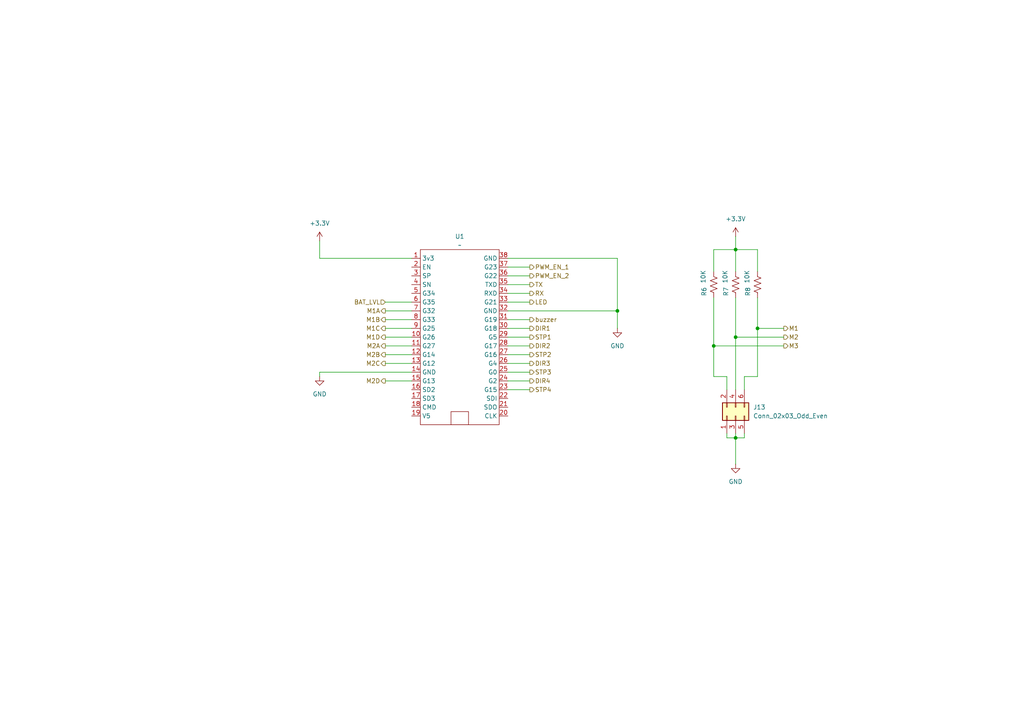
<source format=kicad_sch>
(kicad_sch
	(version 20250114)
	(generator "eeschema")
	(generator_version "9.0")
	(uuid "7e423b37-f2ea-4087-992f-e3dc2e2ab60c")
	(paper "A4")
	(lib_symbols
		(symbol "Connector_Generic:Conn_02x03_Odd_Even"
			(pin_names
				(offset 1.016)
				(hide yes)
			)
			(exclude_from_sim no)
			(in_bom yes)
			(on_board yes)
			(property "Reference" "J"
				(at 1.27 5.08 0)
				(effects
					(font
						(size 1.27 1.27)
					)
				)
			)
			(property "Value" "Conn_02x03_Odd_Even"
				(at 1.27 -5.08 0)
				(effects
					(font
						(size 1.27 1.27)
					)
				)
			)
			(property "Footprint" ""
				(at 0 0 0)
				(effects
					(font
						(size 1.27 1.27)
					)
					(hide yes)
				)
			)
			(property "Datasheet" "~"
				(at 0 0 0)
				(effects
					(font
						(size 1.27 1.27)
					)
					(hide yes)
				)
			)
			(property "Description" "Generic connector, double row, 02x03, odd/even pin numbering scheme (row 1 odd numbers, row 2 even numbers), script generated (kicad-library-utils/schlib/autogen/connector/)"
				(at 0 0 0)
				(effects
					(font
						(size 1.27 1.27)
					)
					(hide yes)
				)
			)
			(property "ki_keywords" "connector"
				(at 0 0 0)
				(effects
					(font
						(size 1.27 1.27)
					)
					(hide yes)
				)
			)
			(property "ki_fp_filters" "Connector*:*_2x??_*"
				(at 0 0 0)
				(effects
					(font
						(size 1.27 1.27)
					)
					(hide yes)
				)
			)
			(symbol "Conn_02x03_Odd_Even_1_1"
				(rectangle
					(start -1.27 3.81)
					(end 3.81 -3.81)
					(stroke
						(width 0.254)
						(type default)
					)
					(fill
						(type background)
					)
				)
				(rectangle
					(start -1.27 2.667)
					(end 0 2.413)
					(stroke
						(width 0.1524)
						(type default)
					)
					(fill
						(type none)
					)
				)
				(rectangle
					(start -1.27 0.127)
					(end 0 -0.127)
					(stroke
						(width 0.1524)
						(type default)
					)
					(fill
						(type none)
					)
				)
				(rectangle
					(start -1.27 -2.413)
					(end 0 -2.667)
					(stroke
						(width 0.1524)
						(type default)
					)
					(fill
						(type none)
					)
				)
				(rectangle
					(start 3.81 2.667)
					(end 2.54 2.413)
					(stroke
						(width 0.1524)
						(type default)
					)
					(fill
						(type none)
					)
				)
				(rectangle
					(start 3.81 0.127)
					(end 2.54 -0.127)
					(stroke
						(width 0.1524)
						(type default)
					)
					(fill
						(type none)
					)
				)
				(rectangle
					(start 3.81 -2.413)
					(end 2.54 -2.667)
					(stroke
						(width 0.1524)
						(type default)
					)
					(fill
						(type none)
					)
				)
				(pin passive line
					(at -5.08 2.54 0)
					(length 3.81)
					(name "Pin_1"
						(effects
							(font
								(size 1.27 1.27)
							)
						)
					)
					(number "1"
						(effects
							(font
								(size 1.27 1.27)
							)
						)
					)
				)
				(pin passive line
					(at -5.08 0 0)
					(length 3.81)
					(name "Pin_3"
						(effects
							(font
								(size 1.27 1.27)
							)
						)
					)
					(number "3"
						(effects
							(font
								(size 1.27 1.27)
							)
						)
					)
				)
				(pin passive line
					(at -5.08 -2.54 0)
					(length 3.81)
					(name "Pin_5"
						(effects
							(font
								(size 1.27 1.27)
							)
						)
					)
					(number "5"
						(effects
							(font
								(size 1.27 1.27)
							)
						)
					)
				)
				(pin passive line
					(at 7.62 2.54 180)
					(length 3.81)
					(name "Pin_2"
						(effects
							(font
								(size 1.27 1.27)
							)
						)
					)
					(number "2"
						(effects
							(font
								(size 1.27 1.27)
							)
						)
					)
				)
				(pin passive line
					(at 7.62 0 180)
					(length 3.81)
					(name "Pin_4"
						(effects
							(font
								(size 1.27 1.27)
							)
						)
					)
					(number "4"
						(effects
							(font
								(size 1.27 1.27)
							)
						)
					)
				)
				(pin passive line
					(at 7.62 -2.54 180)
					(length 3.81)
					(name "Pin_6"
						(effects
							(font
								(size 1.27 1.27)
							)
						)
					)
					(number "6"
						(effects
							(font
								(size 1.27 1.27)
							)
						)
					)
				)
			)
			(embedded_fonts no)
		)
		(symbol "Device:R_US"
			(pin_numbers
				(hide yes)
			)
			(pin_names
				(offset 0)
			)
			(exclude_from_sim no)
			(in_bom yes)
			(on_board yes)
			(property "Reference" "R"
				(at 2.54 0 90)
				(effects
					(font
						(size 1.27 1.27)
					)
				)
			)
			(property "Value" "R_US"
				(at -2.54 0 90)
				(effects
					(font
						(size 1.27 1.27)
					)
				)
			)
			(property "Footprint" ""
				(at 1.016 -0.254 90)
				(effects
					(font
						(size 1.27 1.27)
					)
					(hide yes)
				)
			)
			(property "Datasheet" "~"
				(at 0 0 0)
				(effects
					(font
						(size 1.27 1.27)
					)
					(hide yes)
				)
			)
			(property "Description" "Resistor, US symbol"
				(at 0 0 0)
				(effects
					(font
						(size 1.27 1.27)
					)
					(hide yes)
				)
			)
			(property "ki_keywords" "R res resistor"
				(at 0 0 0)
				(effects
					(font
						(size 1.27 1.27)
					)
					(hide yes)
				)
			)
			(property "ki_fp_filters" "R_*"
				(at 0 0 0)
				(effects
					(font
						(size 1.27 1.27)
					)
					(hide yes)
				)
			)
			(symbol "R_US_0_1"
				(polyline
					(pts
						(xy 0 2.286) (xy 0 2.54)
					)
					(stroke
						(width 0)
						(type default)
					)
					(fill
						(type none)
					)
				)
				(polyline
					(pts
						(xy 0 2.286) (xy 1.016 1.905) (xy 0 1.524) (xy -1.016 1.143) (xy 0 0.762)
					)
					(stroke
						(width 0)
						(type default)
					)
					(fill
						(type none)
					)
				)
				(polyline
					(pts
						(xy 0 0.762) (xy 1.016 0.381) (xy 0 0) (xy -1.016 -0.381) (xy 0 -0.762)
					)
					(stroke
						(width 0)
						(type default)
					)
					(fill
						(type none)
					)
				)
				(polyline
					(pts
						(xy 0 -0.762) (xy 1.016 -1.143) (xy 0 -1.524) (xy -1.016 -1.905) (xy 0 -2.286)
					)
					(stroke
						(width 0)
						(type default)
					)
					(fill
						(type none)
					)
				)
				(polyline
					(pts
						(xy 0 -2.286) (xy 0 -2.54)
					)
					(stroke
						(width 0)
						(type default)
					)
					(fill
						(type none)
					)
				)
			)
			(symbol "R_US_1_1"
				(pin passive line
					(at 0 3.81 270)
					(length 1.27)
					(name "~"
						(effects
							(font
								(size 1.27 1.27)
							)
						)
					)
					(number "1"
						(effects
							(font
								(size 1.27 1.27)
							)
						)
					)
				)
				(pin passive line
					(at 0 -3.81 90)
					(length 1.27)
					(name "~"
						(effects
							(font
								(size 1.27 1.27)
							)
						)
					)
					(number "2"
						(effects
							(font
								(size 1.27 1.27)
							)
						)
					)
				)
			)
			(embedded_fonts no)
		)
		(symbol "LIB_STE:NODEMCU-ESP32-38PIN"
			(exclude_from_sim no)
			(in_bom yes)
			(on_board yes)
			(property "Reference" "U1"
				(at 11.43 3.81 0)
				(effects
					(font
						(size 1.27 1.27)
					)
				)
			)
			(property "Value" "~"
				(at 11.43 1.27 0)
				(effects
					(font
						(size 1.27 1.27)
					)
				)
			)
			(property "Footprint" "ESP32_NODEMCU:DIP-38_1000_ELL"
				(at 0 0 0)
				(effects
					(font
						(size 1.27 1.27)
					)
					(hide yes)
				)
			)
			(property "Datasheet" ""
				(at 0 0 0)
				(effects
					(font
						(size 1.27 1.27)
					)
					(hide yes)
				)
			)
			(property "Description" ""
				(at 0 0 0)
				(effects
					(font
						(size 1.27 1.27)
					)
					(hide yes)
				)
			)
			(symbol "NODEMCU-ESP32-38PIN_0_1"
				(rectangle
					(start 0 0)
					(end 22.86 -50.8)
					(stroke
						(width 0)
						(type default)
					)
					(fill
						(type none)
					)
				)
				(rectangle
					(start 8.89 -46.99)
					(end 13.97 -50.8)
					(stroke
						(width 0)
						(type default)
					)
					(fill
						(type none)
					)
				)
			)
			(symbol "NODEMCU-ESP32-38PIN_1_1"
				(pin bidirectional line
					(at -2.54 -2.54 0)
					(length 2.54)
					(name "3v3"
						(effects
							(font
								(size 1.27 1.27)
							)
						)
					)
					(number "1"
						(effects
							(font
								(size 1.27 1.27)
							)
						)
					)
				)
				(pin bidirectional line
					(at -2.54 -5.08 0)
					(length 2.54)
					(name "EN"
						(effects
							(font
								(size 1.27 1.27)
							)
						)
					)
					(number "2"
						(effects
							(font
								(size 1.27 1.27)
							)
						)
					)
				)
				(pin bidirectional line
					(at -2.54 -7.62 0)
					(length 2.54)
					(name "SP"
						(effects
							(font
								(size 1.27 1.27)
							)
						)
					)
					(number "3"
						(effects
							(font
								(size 1.27 1.27)
							)
						)
					)
				)
				(pin bidirectional line
					(at -2.54 -10.16 0)
					(length 2.54)
					(name "SN"
						(effects
							(font
								(size 1.27 1.27)
							)
						)
					)
					(number "4"
						(effects
							(font
								(size 1.27 1.27)
							)
						)
					)
				)
				(pin bidirectional line
					(at -2.54 -12.7 0)
					(length 2.54)
					(name "G34"
						(effects
							(font
								(size 1.27 1.27)
							)
						)
					)
					(number "5"
						(effects
							(font
								(size 1.27 1.27)
							)
						)
					)
				)
				(pin bidirectional line
					(at -2.54 -15.24 0)
					(length 2.54)
					(name "G35"
						(effects
							(font
								(size 1.27 1.27)
							)
						)
					)
					(number "6"
						(effects
							(font
								(size 1.27 1.27)
							)
						)
					)
				)
				(pin bidirectional line
					(at -2.54 -17.78 0)
					(length 2.54)
					(name "G32"
						(effects
							(font
								(size 1.27 1.27)
							)
						)
					)
					(number "7"
						(effects
							(font
								(size 1.27 1.27)
							)
						)
					)
				)
				(pin bidirectional line
					(at -2.54 -20.32 0)
					(length 2.54)
					(name "G33"
						(effects
							(font
								(size 1.27 1.27)
							)
						)
					)
					(number "8"
						(effects
							(font
								(size 1.27 1.27)
							)
						)
					)
				)
				(pin bidirectional line
					(at -2.54 -22.86 0)
					(length 2.54)
					(name "G25"
						(effects
							(font
								(size 1.27 1.27)
							)
						)
					)
					(number "9"
						(effects
							(font
								(size 1.27 1.27)
							)
						)
					)
				)
				(pin bidirectional line
					(at -2.54 -25.4 0)
					(length 2.54)
					(name "G26"
						(effects
							(font
								(size 1.27 1.27)
							)
						)
					)
					(number "10"
						(effects
							(font
								(size 1.27 1.27)
							)
						)
					)
				)
				(pin bidirectional line
					(at -2.54 -27.94 0)
					(length 2.54)
					(name "G27"
						(effects
							(font
								(size 1.27 1.27)
							)
						)
					)
					(number "11"
						(effects
							(font
								(size 1.27 1.27)
							)
						)
					)
				)
				(pin bidirectional line
					(at -2.54 -30.48 0)
					(length 2.54)
					(name "G14"
						(effects
							(font
								(size 1.27 1.27)
							)
						)
					)
					(number "12"
						(effects
							(font
								(size 1.27 1.27)
							)
						)
					)
				)
				(pin bidirectional line
					(at -2.54 -33.02 0)
					(length 2.54)
					(name "G12"
						(effects
							(font
								(size 1.27 1.27)
							)
						)
					)
					(number "13"
						(effects
							(font
								(size 1.27 1.27)
							)
						)
					)
				)
				(pin bidirectional line
					(at -2.54 -35.56 0)
					(length 2.54)
					(name "GND"
						(effects
							(font
								(size 1.27 1.27)
							)
						)
					)
					(number "14"
						(effects
							(font
								(size 1.27 1.27)
							)
						)
					)
				)
				(pin bidirectional line
					(at -2.54 -38.1 0)
					(length 2.54)
					(name "G13"
						(effects
							(font
								(size 1.27 1.27)
							)
						)
					)
					(number "15"
						(effects
							(font
								(size 1.27 1.27)
							)
						)
					)
				)
				(pin bidirectional line
					(at -2.54 -40.64 0)
					(length 2.54)
					(name "SD2"
						(effects
							(font
								(size 1.27 1.27)
							)
						)
					)
					(number "16"
						(effects
							(font
								(size 1.27 1.27)
							)
						)
					)
				)
				(pin bidirectional line
					(at -2.54 -43.18 0)
					(length 2.54)
					(name "SD3"
						(effects
							(font
								(size 1.27 1.27)
							)
						)
					)
					(number "17"
						(effects
							(font
								(size 1.27 1.27)
							)
						)
					)
				)
				(pin bidirectional line
					(at -2.54 -45.72 0)
					(length 2.54)
					(name "CMD"
						(effects
							(font
								(size 1.27 1.27)
							)
						)
					)
					(number "18"
						(effects
							(font
								(size 1.27 1.27)
							)
						)
					)
				)
				(pin bidirectional line
					(at -2.54 -48.26 0)
					(length 2.54)
					(name "V5"
						(effects
							(font
								(size 1.27 1.27)
							)
						)
					)
					(number "19"
						(effects
							(font
								(size 1.27 1.27)
							)
						)
					)
				)
				(pin bidirectional line
					(at 25.4 -2.54 180)
					(length 2.54)
					(name "GND"
						(effects
							(font
								(size 1.27 1.27)
							)
						)
					)
					(number "38"
						(effects
							(font
								(size 1.27 1.27)
							)
						)
					)
				)
				(pin bidirectional line
					(at 25.4 -5.08 180)
					(length 2.54)
					(name "G23"
						(effects
							(font
								(size 1.27 1.27)
							)
						)
					)
					(number "37"
						(effects
							(font
								(size 1.27 1.27)
							)
						)
					)
				)
				(pin bidirectional line
					(at 25.4 -7.62 180)
					(length 2.54)
					(name "G22"
						(effects
							(font
								(size 1.27 1.27)
							)
						)
					)
					(number "36"
						(effects
							(font
								(size 1.27 1.27)
							)
						)
					)
				)
				(pin bidirectional line
					(at 25.4 -10.16 180)
					(length 2.54)
					(name "TXD"
						(effects
							(font
								(size 1.27 1.27)
							)
						)
					)
					(number "35"
						(effects
							(font
								(size 1.27 1.27)
							)
						)
					)
				)
				(pin bidirectional line
					(at 25.4 -12.7 180)
					(length 2.54)
					(name "RXD"
						(effects
							(font
								(size 1.27 1.27)
							)
						)
					)
					(number "34"
						(effects
							(font
								(size 1.27 1.27)
							)
						)
					)
				)
				(pin bidirectional line
					(at 25.4 -15.24 180)
					(length 2.54)
					(name "G21"
						(effects
							(font
								(size 1.27 1.27)
							)
						)
					)
					(number "33"
						(effects
							(font
								(size 1.27 1.27)
							)
						)
					)
				)
				(pin bidirectional line
					(at 25.4 -17.78 180)
					(length 2.54)
					(name "GND"
						(effects
							(font
								(size 1.27 1.27)
							)
						)
					)
					(number "32"
						(effects
							(font
								(size 1.27 1.27)
							)
						)
					)
				)
				(pin bidirectional line
					(at 25.4 -20.32 180)
					(length 2.54)
					(name "G19"
						(effects
							(font
								(size 1.27 1.27)
							)
						)
					)
					(number "31"
						(effects
							(font
								(size 1.27 1.27)
							)
						)
					)
				)
				(pin bidirectional line
					(at 25.4 -22.86 180)
					(length 2.54)
					(name "G18"
						(effects
							(font
								(size 1.27 1.27)
							)
						)
					)
					(number "30"
						(effects
							(font
								(size 1.27 1.27)
							)
						)
					)
				)
				(pin bidirectional line
					(at 25.4 -25.4 180)
					(length 2.54)
					(name "G5"
						(effects
							(font
								(size 1.27 1.27)
							)
						)
					)
					(number "29"
						(effects
							(font
								(size 1.27 1.27)
							)
						)
					)
				)
				(pin bidirectional line
					(at 25.4 -27.94 180)
					(length 2.54)
					(name "G17"
						(effects
							(font
								(size 1.27 1.27)
							)
						)
					)
					(number "28"
						(effects
							(font
								(size 1.27 1.27)
							)
						)
					)
				)
				(pin bidirectional line
					(at 25.4 -30.48 180)
					(length 2.54)
					(name "G16"
						(effects
							(font
								(size 1.27 1.27)
							)
						)
					)
					(number "27"
						(effects
							(font
								(size 1.27 1.27)
							)
						)
					)
				)
				(pin bidirectional line
					(at 25.4 -33.02 180)
					(length 2.54)
					(name "G4"
						(effects
							(font
								(size 1.27 1.27)
							)
						)
					)
					(number "26"
						(effects
							(font
								(size 1.27 1.27)
							)
						)
					)
				)
				(pin bidirectional line
					(at 25.4 -35.56 180)
					(length 2.54)
					(name "G0"
						(effects
							(font
								(size 1.27 1.27)
							)
						)
					)
					(number "25"
						(effects
							(font
								(size 1.27 1.27)
							)
						)
					)
				)
				(pin bidirectional line
					(at 25.4 -38.1 180)
					(length 2.54)
					(name "G2"
						(effects
							(font
								(size 1.27 1.27)
							)
						)
					)
					(number "24"
						(effects
							(font
								(size 1.27 1.27)
							)
						)
					)
				)
				(pin bidirectional line
					(at 25.4 -40.64 180)
					(length 2.54)
					(name "G15"
						(effects
							(font
								(size 1.27 1.27)
							)
						)
					)
					(number "23"
						(effects
							(font
								(size 1.27 1.27)
							)
						)
					)
				)
				(pin bidirectional line
					(at 25.4 -43.18 180)
					(length 2.54)
					(name "SDI"
						(effects
							(font
								(size 1.27 1.27)
							)
						)
					)
					(number "22"
						(effects
							(font
								(size 1.27 1.27)
							)
						)
					)
				)
				(pin bidirectional line
					(at 25.4 -45.72 180)
					(length 2.54)
					(name "SDO"
						(effects
							(font
								(size 1.27 1.27)
							)
						)
					)
					(number "21"
						(effects
							(font
								(size 1.27 1.27)
							)
						)
					)
				)
				(pin bidirectional line
					(at 25.4 -48.26 180)
					(length 2.54)
					(name "CLK"
						(effects
							(font
								(size 1.27 1.27)
							)
						)
					)
					(number "20"
						(effects
							(font
								(size 1.27 1.27)
							)
						)
					)
				)
			)
			(embedded_fonts no)
		)
		(symbol "power:+3.3V"
			(power)
			(pin_numbers
				(hide yes)
			)
			(pin_names
				(offset 0)
				(hide yes)
			)
			(exclude_from_sim no)
			(in_bom yes)
			(on_board yes)
			(property "Reference" "#PWR"
				(at 0 -3.81 0)
				(effects
					(font
						(size 1.27 1.27)
					)
					(hide yes)
				)
			)
			(property "Value" "+3.3V"
				(at 0 3.556 0)
				(effects
					(font
						(size 1.27 1.27)
					)
				)
			)
			(property "Footprint" ""
				(at 0 0 0)
				(effects
					(font
						(size 1.27 1.27)
					)
					(hide yes)
				)
			)
			(property "Datasheet" ""
				(at 0 0 0)
				(effects
					(font
						(size 1.27 1.27)
					)
					(hide yes)
				)
			)
			(property "Description" "Power symbol creates a global label with name \"+3.3V\""
				(at 0 0 0)
				(effects
					(font
						(size 1.27 1.27)
					)
					(hide yes)
				)
			)
			(property "ki_keywords" "global power"
				(at 0 0 0)
				(effects
					(font
						(size 1.27 1.27)
					)
					(hide yes)
				)
			)
			(symbol "+3.3V_0_1"
				(polyline
					(pts
						(xy -0.762 1.27) (xy 0 2.54)
					)
					(stroke
						(width 0)
						(type default)
					)
					(fill
						(type none)
					)
				)
				(polyline
					(pts
						(xy 0 2.54) (xy 0.762 1.27)
					)
					(stroke
						(width 0)
						(type default)
					)
					(fill
						(type none)
					)
				)
				(polyline
					(pts
						(xy 0 0) (xy 0 2.54)
					)
					(stroke
						(width 0)
						(type default)
					)
					(fill
						(type none)
					)
				)
			)
			(symbol "+3.3V_1_1"
				(pin power_in line
					(at 0 0 90)
					(length 0)
					(name "~"
						(effects
							(font
								(size 1.27 1.27)
							)
						)
					)
					(number "1"
						(effects
							(font
								(size 1.27 1.27)
							)
						)
					)
				)
			)
			(embedded_fonts no)
		)
		(symbol "power:GND"
			(power)
			(pin_numbers
				(hide yes)
			)
			(pin_names
				(offset 0)
				(hide yes)
			)
			(exclude_from_sim no)
			(in_bom yes)
			(on_board yes)
			(property "Reference" "#PWR"
				(at 0 -6.35 0)
				(effects
					(font
						(size 1.27 1.27)
					)
					(hide yes)
				)
			)
			(property "Value" "GND"
				(at 0 -3.81 0)
				(effects
					(font
						(size 1.27 1.27)
					)
				)
			)
			(property "Footprint" ""
				(at 0 0 0)
				(effects
					(font
						(size 1.27 1.27)
					)
					(hide yes)
				)
			)
			(property "Datasheet" ""
				(at 0 0 0)
				(effects
					(font
						(size 1.27 1.27)
					)
					(hide yes)
				)
			)
			(property "Description" "Power symbol creates a global label with name \"GND\" , ground"
				(at 0 0 0)
				(effects
					(font
						(size 1.27 1.27)
					)
					(hide yes)
				)
			)
			(property "ki_keywords" "global power"
				(at 0 0 0)
				(effects
					(font
						(size 1.27 1.27)
					)
					(hide yes)
				)
			)
			(symbol "GND_0_1"
				(polyline
					(pts
						(xy 0 0) (xy 0 -1.27) (xy 1.27 -1.27) (xy 0 -2.54) (xy -1.27 -1.27) (xy 0 -1.27)
					)
					(stroke
						(width 0)
						(type default)
					)
					(fill
						(type none)
					)
				)
			)
			(symbol "GND_1_1"
				(pin power_in line
					(at 0 0 270)
					(length 0)
					(name "~"
						(effects
							(font
								(size 1.27 1.27)
							)
						)
					)
					(number "1"
						(effects
							(font
								(size 1.27 1.27)
							)
						)
					)
				)
			)
			(embedded_fonts no)
		)
	)
	(junction
		(at 213.36 72.39)
		(diameter 0)
		(color 0 0 0 0)
		(uuid "1900ab4c-dba4-4c6d-b266-a4faff010bf2")
	)
	(junction
		(at 213.36 97.79)
		(diameter 0)
		(color 0 0 0 0)
		(uuid "6ba38770-75e2-4664-848b-499456ff335e")
	)
	(junction
		(at 213.36 127)
		(diameter 0)
		(color 0 0 0 0)
		(uuid "732cc06a-c992-4ea0-a862-b158575c53b3")
	)
	(junction
		(at 219.71 95.25)
		(diameter 0)
		(color 0 0 0 0)
		(uuid "9c934be0-f316-4eb9-b718-b8af21c3f058")
	)
	(junction
		(at 179.07 90.17)
		(diameter 0)
		(color 0 0 0 0)
		(uuid "a04c4799-9ec3-4af5-8345-b4096a81c690")
	)
	(junction
		(at 207.01 100.33)
		(diameter 0)
		(color 0 0 0 0)
		(uuid "d39827af-554f-46d5-9968-8de21ff07d28")
	)
	(wire
		(pts
			(xy 213.36 72.39) (xy 213.36 78.74)
		)
		(stroke
			(width 0)
			(type default)
		)
		(uuid "0643f0a4-a759-44fb-b70b-1aee339860ac")
	)
	(wire
		(pts
			(xy 147.32 90.17) (xy 179.07 90.17)
		)
		(stroke
			(width 0)
			(type default)
		)
		(uuid "0705b8a8-58d0-425a-9deb-98ea24929f24")
	)
	(wire
		(pts
			(xy 147.32 80.01) (xy 153.67 80.01)
		)
		(stroke
			(width 0)
			(type default)
		)
		(uuid "07133f53-1b24-48a4-89bd-34a0c7aaf060")
	)
	(wire
		(pts
			(xy 92.71 107.95) (xy 119.38 107.95)
		)
		(stroke
			(width 0)
			(type default)
		)
		(uuid "09a6db9e-9be4-4715-89b1-a81481568f7d")
	)
	(wire
		(pts
			(xy 219.71 78.74) (xy 219.71 72.39)
		)
		(stroke
			(width 0)
			(type default)
		)
		(uuid "0e10fd91-315f-48a5-ae26-d6f3fcc47661")
	)
	(wire
		(pts
			(xy 111.76 92.71) (xy 119.38 92.71)
		)
		(stroke
			(width 0)
			(type default)
		)
		(uuid "0e6f4149-0b3d-4b2a-aed9-3bf861cdc0e9")
	)
	(wire
		(pts
			(xy 147.32 97.79) (xy 153.67 97.79)
		)
		(stroke
			(width 0)
			(type default)
		)
		(uuid "16dcc8b7-cdf3-4c09-bdb4-011bf1dec5a0")
	)
	(wire
		(pts
			(xy 147.32 85.09) (xy 153.67 85.09)
		)
		(stroke
			(width 0)
			(type default)
		)
		(uuid "24864695-6bad-4397-8ecc-2a8ee5ed232c")
	)
	(wire
		(pts
			(xy 213.36 97.79) (xy 227.33 97.79)
		)
		(stroke
			(width 0)
			(type default)
		)
		(uuid "25ed988f-caab-4e01-bd77-6a7bac64d2c6")
	)
	(wire
		(pts
			(xy 147.32 74.93) (xy 179.07 74.93)
		)
		(stroke
			(width 0)
			(type default)
		)
		(uuid "2a84e61b-2af3-40f1-86b6-b2ea26d44787")
	)
	(wire
		(pts
			(xy 210.82 127) (xy 210.82 125.73)
		)
		(stroke
			(width 0)
			(type default)
		)
		(uuid "31227b59-b666-4f7a-b201-bbc215978410")
	)
	(wire
		(pts
			(xy 210.82 109.22) (xy 210.82 113.03)
		)
		(stroke
			(width 0)
			(type default)
		)
		(uuid "3247c708-19cb-4c21-be3d-28c60d4fe9dd")
	)
	(wire
		(pts
			(xy 92.71 74.93) (xy 92.71 69.85)
		)
		(stroke
			(width 0)
			(type default)
		)
		(uuid "33d5ce34-4d89-456a-b5d2-926f2eda1d7c")
	)
	(wire
		(pts
			(xy 147.32 92.71) (xy 153.67 92.71)
		)
		(stroke
			(width 0)
			(type default)
		)
		(uuid "39cf65fa-c0e9-456e-ad10-6aadd06d1014")
	)
	(wire
		(pts
			(xy 213.36 127) (xy 213.36 134.62)
		)
		(stroke
			(width 0)
			(type default)
		)
		(uuid "3a0d2d8a-43ec-4ce5-8f40-248dec348b48")
	)
	(wire
		(pts
			(xy 179.07 90.17) (xy 179.07 95.25)
		)
		(stroke
			(width 0)
			(type default)
		)
		(uuid "3dba423b-3b2e-4aa9-a62c-01d6c492dada")
	)
	(wire
		(pts
			(xy 219.71 86.36) (xy 219.71 95.25)
		)
		(stroke
			(width 0)
			(type default)
		)
		(uuid "444c3725-1628-4169-b770-886476a1e199")
	)
	(wire
		(pts
			(xy 215.9 125.73) (xy 215.9 127)
		)
		(stroke
			(width 0)
			(type default)
		)
		(uuid "46ffbf52-48ad-4e6f-a038-435de0f5ab8c")
	)
	(wire
		(pts
			(xy 213.36 68.58) (xy 213.36 72.39)
		)
		(stroke
			(width 0)
			(type default)
		)
		(uuid "47629e07-6a4b-43ab-98f6-31b5466a7950")
	)
	(wire
		(pts
			(xy 147.32 105.41) (xy 153.67 105.41)
		)
		(stroke
			(width 0)
			(type default)
		)
		(uuid "47749e12-9092-43b5-b682-f6406c9a1abe")
	)
	(wire
		(pts
			(xy 147.32 100.33) (xy 153.67 100.33)
		)
		(stroke
			(width 0)
			(type default)
		)
		(uuid "4b89c953-eda4-4dfe-a7e6-4baf9131ab34")
	)
	(wire
		(pts
			(xy 147.32 113.03) (xy 153.67 113.03)
		)
		(stroke
			(width 0)
			(type default)
		)
		(uuid "4bc77ab9-34da-4dc8-be64-9d7505bad18b")
	)
	(wire
		(pts
			(xy 207.01 72.39) (xy 213.36 72.39)
		)
		(stroke
			(width 0)
			(type default)
		)
		(uuid "4d4a3528-8fbd-4bce-9a1a-74db65f73983")
	)
	(wire
		(pts
			(xy 92.71 109.22) (xy 92.71 107.95)
		)
		(stroke
			(width 0)
			(type default)
		)
		(uuid "4dc3c2c2-aca7-4352-b7a7-79a71d4f44ef")
	)
	(wire
		(pts
			(xy 147.32 107.95) (xy 153.67 107.95)
		)
		(stroke
			(width 0)
			(type default)
		)
		(uuid "549a789b-742f-4a35-bfee-9bc200d73e1d")
	)
	(wire
		(pts
			(xy 215.9 113.03) (xy 215.9 109.22)
		)
		(stroke
			(width 0)
			(type default)
		)
		(uuid "5772c222-88c2-43ba-9789-36d80a00aaf0")
	)
	(wire
		(pts
			(xy 147.32 87.63) (xy 153.67 87.63)
		)
		(stroke
			(width 0)
			(type default)
		)
		(uuid "5c2f89fa-97c1-428b-8c1e-3d97773e3673")
	)
	(wire
		(pts
			(xy 111.76 90.17) (xy 119.38 90.17)
		)
		(stroke
			(width 0)
			(type default)
		)
		(uuid "5fc16fe4-98a9-4755-b7cc-baeeeefe74ce")
	)
	(wire
		(pts
			(xy 219.71 95.25) (xy 219.71 109.22)
		)
		(stroke
			(width 0)
			(type default)
		)
		(uuid "62a050ef-e0b9-422c-a1ec-0ec49c18e1aa")
	)
	(wire
		(pts
			(xy 213.36 125.73) (xy 213.36 127)
		)
		(stroke
			(width 0)
			(type default)
		)
		(uuid "761e0bed-0676-4bd4-9b04-f4bde315fa34")
	)
	(wire
		(pts
			(xy 111.76 100.33) (xy 119.38 100.33)
		)
		(stroke
			(width 0)
			(type default)
		)
		(uuid "78362c8c-d5d6-494b-b4cb-1d4d4e58baf5")
	)
	(wire
		(pts
			(xy 179.07 74.93) (xy 179.07 90.17)
		)
		(stroke
			(width 0)
			(type default)
		)
		(uuid "79921ae2-8642-4c4b-83df-1cd7b48db111")
	)
	(wire
		(pts
			(xy 215.9 127) (xy 213.36 127)
		)
		(stroke
			(width 0)
			(type default)
		)
		(uuid "7cd40632-795f-4b8e-911b-f135adeca833")
	)
	(wire
		(pts
			(xy 215.9 109.22) (xy 219.71 109.22)
		)
		(stroke
			(width 0)
			(type default)
		)
		(uuid "8098f827-8075-4b65-bde5-242a37d12c98")
	)
	(wire
		(pts
			(xy 111.76 95.25) (xy 119.38 95.25)
		)
		(stroke
			(width 0)
			(type default)
		)
		(uuid "89fe81de-756d-428b-bfe9-8eab7d41b1cc")
	)
	(wire
		(pts
			(xy 213.36 127) (xy 210.82 127)
		)
		(stroke
			(width 0)
			(type default)
		)
		(uuid "8ac5355d-4792-44f4-aa11-d6d97de6bd78")
	)
	(wire
		(pts
			(xy 147.32 95.25) (xy 153.67 95.25)
		)
		(stroke
			(width 0)
			(type default)
		)
		(uuid "90d24cca-4c04-4c7b-81b2-5c5f49926cbd")
	)
	(wire
		(pts
			(xy 111.76 102.87) (xy 119.38 102.87)
		)
		(stroke
			(width 0)
			(type default)
		)
		(uuid "92061bb5-a3e8-4ba9-a1fc-9429bd0a1c16")
	)
	(wire
		(pts
			(xy 147.32 77.47) (xy 153.67 77.47)
		)
		(stroke
			(width 0)
			(type default)
		)
		(uuid "a7dcfbfd-ba74-4271-9064-6578be6386ef")
	)
	(wire
		(pts
			(xy 207.01 109.22) (xy 210.82 109.22)
		)
		(stroke
			(width 0)
			(type default)
		)
		(uuid "aca3f0fc-47a0-4e23-90b9-9f6e89724b27")
	)
	(wire
		(pts
			(xy 147.32 110.49) (xy 153.67 110.49)
		)
		(stroke
			(width 0)
			(type default)
		)
		(uuid "b260913b-d221-4f69-8aad-d995a3f88e07")
	)
	(wire
		(pts
			(xy 207.01 86.36) (xy 207.01 100.33)
		)
		(stroke
			(width 0)
			(type default)
		)
		(uuid "bc579d86-1588-44ec-b963-bb87da6158b8")
	)
	(wire
		(pts
			(xy 147.32 102.87) (xy 153.67 102.87)
		)
		(stroke
			(width 0)
			(type default)
		)
		(uuid "c9a8b7ff-3726-4e0c-b53f-b8e081dcdf73")
	)
	(wire
		(pts
			(xy 207.01 100.33) (xy 227.33 100.33)
		)
		(stroke
			(width 0)
			(type default)
		)
		(uuid "d06ec9e0-484a-4bd9-867b-e9ac97977bd6")
	)
	(wire
		(pts
			(xy 207.01 78.74) (xy 207.01 72.39)
		)
		(stroke
			(width 0)
			(type default)
		)
		(uuid "daa0d081-47dc-4956-af7f-66e16474793e")
	)
	(wire
		(pts
			(xy 147.32 82.55) (xy 153.67 82.55)
		)
		(stroke
			(width 0)
			(type default)
		)
		(uuid "dbb48df0-49d6-4b85-a68b-5bb3edce863a")
	)
	(wire
		(pts
			(xy 219.71 95.25) (xy 227.33 95.25)
		)
		(stroke
			(width 0)
			(type default)
		)
		(uuid "dbeab848-6bdb-41cb-aa2c-3f22292549a2")
	)
	(wire
		(pts
			(xy 111.76 105.41) (xy 119.38 105.41)
		)
		(stroke
			(width 0)
			(type default)
		)
		(uuid "e896f22b-6bca-4fb7-a173-ac06683af367")
	)
	(wire
		(pts
			(xy 207.01 100.33) (xy 207.01 109.22)
		)
		(stroke
			(width 0)
			(type default)
		)
		(uuid "e8c27190-255f-4d10-afbd-e7511be6c56f")
	)
	(wire
		(pts
			(xy 219.71 72.39) (xy 213.36 72.39)
		)
		(stroke
			(width 0)
			(type default)
		)
		(uuid "ea524d1c-17a9-4dd7-926e-7e7d8114c9fc")
	)
	(wire
		(pts
			(xy 213.36 97.79) (xy 213.36 113.03)
		)
		(stroke
			(width 0)
			(type default)
		)
		(uuid "eb1dbd2b-cef5-40c0-8179-a521f040f9fc")
	)
	(wire
		(pts
			(xy 119.38 74.93) (xy 92.71 74.93)
		)
		(stroke
			(width 0)
			(type default)
		)
		(uuid "ebd31c6f-1f80-4d3e-b2ca-1f0324c81cf1")
	)
	(wire
		(pts
			(xy 111.76 87.63) (xy 119.38 87.63)
		)
		(stroke
			(width 0)
			(type default)
		)
		(uuid "ebdbd80f-65a4-429f-b3cd-4ee021d74ac7")
	)
	(wire
		(pts
			(xy 111.76 110.49) (xy 119.38 110.49)
		)
		(stroke
			(width 0)
			(type default)
		)
		(uuid "ee8935ca-d78b-4df3-a999-942a2b7dcae5")
	)
	(wire
		(pts
			(xy 213.36 86.36) (xy 213.36 97.79)
		)
		(stroke
			(width 0)
			(type default)
		)
		(uuid "f1816956-cc67-4eed-bbb0-d6f6b4114e32")
	)
	(wire
		(pts
			(xy 111.76 97.79) (xy 119.38 97.79)
		)
		(stroke
			(width 0)
			(type default)
		)
		(uuid "ff2c0e7c-01fc-466d-b375-830dc488ef75")
	)
	(hierarchical_label "M2D"
		(shape output)
		(at 111.76 110.49 180)
		(effects
			(font
				(size 1.27 1.27)
			)
			(justify right)
		)
		(uuid "27a4c7d8-55a2-4290-94a4-97645cfc5365")
	)
	(hierarchical_label "STP4"
		(shape output)
		(at 153.67 113.03 0)
		(effects
			(font
				(size 1.27 1.27)
			)
			(justify left)
		)
		(uuid "2bbdb018-8ffc-4d78-90cc-d60c3f475af5")
	)
	(hierarchical_label "buzzer"
		(shape output)
		(at 153.67 92.71 0)
		(effects
			(font
				(size 1.27 1.27)
			)
			(justify left)
		)
		(uuid "2c397a11-efa2-439f-baf8-5f2aa5f52989")
	)
	(hierarchical_label "M1"
		(shape output)
		(at 227.33 95.25 0)
		(effects
			(font
				(size 1.27 1.27)
			)
			(justify left)
		)
		(uuid "2c67cd5c-edb3-49d3-a429-017eaf22696b")
	)
	(hierarchical_label "M2"
		(shape output)
		(at 227.33 97.79 0)
		(effects
			(font
				(size 1.27 1.27)
			)
			(justify left)
		)
		(uuid "2dcf242c-8bca-49f6-a89a-97fbcd7cbbf0")
	)
	(hierarchical_label "PWM_EN_2"
		(shape output)
		(at 153.67 80.01 0)
		(effects
			(font
				(size 1.27 1.27)
			)
			(justify left)
		)
		(uuid "2e147208-af57-4613-8627-5d2c621fca87")
	)
	(hierarchical_label "DIR2"
		(shape output)
		(at 153.67 100.33 0)
		(effects
			(font
				(size 1.27 1.27)
			)
			(justify left)
		)
		(uuid "3287ba9a-cb88-4794-9c61-d91b9e3bff8f")
	)
	(hierarchical_label "M2B"
		(shape output)
		(at 111.76 102.87 180)
		(effects
			(font
				(size 1.27 1.27)
			)
			(justify right)
		)
		(uuid "40812232-7d17-459d-b780-dc8adc8b51b2")
	)
	(hierarchical_label "LED"
		(shape output)
		(at 153.67 87.63 0)
		(effects
			(font
				(size 1.27 1.27)
			)
			(justify left)
		)
		(uuid "44982e31-e504-4af7-8014-92898942a88b")
	)
	(hierarchical_label "RX"
		(shape output)
		(at 153.67 85.09 0)
		(effects
			(font
				(size 1.27 1.27)
			)
			(justify left)
		)
		(uuid "4591f2a7-9032-43e5-9525-e05f73b700ff")
	)
	(hierarchical_label "M3"
		(shape output)
		(at 227.33 100.33 0)
		(effects
			(font
				(size 1.27 1.27)
			)
			(justify left)
		)
		(uuid "4bcbae3b-21c8-42fd-a399-d74885a071dd")
	)
	(hierarchical_label "M2C"
		(shape output)
		(at 111.76 105.41 180)
		(effects
			(font
				(size 1.27 1.27)
			)
			(justify right)
		)
		(uuid "6bc418da-276d-4a83-b253-ab97958f9744")
	)
	(hierarchical_label "DIR3"
		(shape output)
		(at 153.67 105.41 0)
		(effects
			(font
				(size 1.27 1.27)
			)
			(justify left)
		)
		(uuid "72eb381c-607a-4b6b-894b-ede8244b8d92")
	)
	(hierarchical_label "M1D"
		(shape output)
		(at 111.76 97.79 180)
		(effects
			(font
				(size 1.27 1.27)
			)
			(justify right)
		)
		(uuid "917aeb80-b28b-4cca-9cb8-b18d3caf0e60")
	)
	(hierarchical_label "M1C"
		(shape output)
		(at 111.76 95.25 180)
		(effects
			(font
				(size 1.27 1.27)
			)
			(justify right)
		)
		(uuid "92880c27-1872-4246-81e7-7d98127e6d69")
	)
	(hierarchical_label "DIR1"
		(shape output)
		(at 153.67 95.25 0)
		(effects
			(font
				(size 1.27 1.27)
			)
			(justify left)
		)
		(uuid "943bb641-12e4-4268-93a4-21db2eb472af")
	)
	(hierarchical_label "M1B"
		(shape output)
		(at 111.76 92.71 180)
		(effects
			(font
				(size 1.27 1.27)
			)
			(justify right)
		)
		(uuid "971a83b8-c803-40cc-9153-17b28f0a0c5c")
	)
	(hierarchical_label "TX"
		(shape output)
		(at 153.67 82.55 0)
		(effects
			(font
				(size 1.27 1.27)
			)
			(justify left)
		)
		(uuid "a9102e99-461f-4699-ab29-241518ec6a41")
	)
	(hierarchical_label "DIR4"
		(shape output)
		(at 153.67 110.49 0)
		(effects
			(font
				(size 1.27 1.27)
			)
			(justify left)
		)
		(uuid "a9bc1e94-93f8-49e4-838a-4a50b99b9589")
	)
	(hierarchical_label "BAT_LVL"
		(shape input)
		(at 111.76 87.63 180)
		(effects
			(font
				(size 1.27 1.27)
			)
			(justify right)
		)
		(uuid "b705e8cc-6d4d-4acf-ab4f-67d97ad7d75a")
	)
	(hierarchical_label "M1A"
		(shape output)
		(at 111.76 90.17 180)
		(effects
			(font
				(size 1.27 1.27)
			)
			(justify right)
		)
		(uuid "c4964bd3-5c6b-418d-b30e-352f7c87509c")
	)
	(hierarchical_label "M2A"
		(shape output)
		(at 111.76 100.33 180)
		(effects
			(font
				(size 1.27 1.27)
			)
			(justify right)
		)
		(uuid "da34aa22-1cbc-49fc-a68e-53064b209e87")
	)
	(hierarchical_label "PWM_EN_1"
		(shape output)
		(at 153.67 77.47 0)
		(effects
			(font
				(size 1.27 1.27)
			)
			(justify left)
		)
		(uuid "ed376071-5538-40cb-aae9-3698ed77ef0f")
	)
	(hierarchical_label "STP3"
		(shape output)
		(at 153.67 107.95 0)
		(effects
			(font
				(size 1.27 1.27)
			)
			(justify left)
		)
		(uuid "efc9e09e-5cad-487e-b118-f02f5fa5aa4b")
	)
	(hierarchical_label "STP2"
		(shape output)
		(at 153.67 102.87 0)
		(effects
			(font
				(size 1.27 1.27)
			)
			(justify left)
		)
		(uuid "f04e5809-1803-4608-b6f5-c54d9eb555b6")
	)
	(hierarchical_label "STP1"
		(shape output)
		(at 153.67 97.79 0)
		(effects
			(font
				(size 1.27 1.27)
			)
			(justify left)
		)
		(uuid "fb25e991-e493-42c4-9285-cde76be58ffa")
	)
	(symbol
		(lib_id "power:GND")
		(at 179.07 95.25 0)
		(unit 1)
		(exclude_from_sim no)
		(in_bom yes)
		(on_board yes)
		(dnp no)
		(fields_autoplaced yes)
		(uuid "28998648-52de-427f-a713-53d189d6de88")
		(property "Reference" "#PWR021"
			(at 179.07 101.6 0)
			(effects
				(font
					(size 1.27 1.27)
				)
				(hide yes)
			)
		)
		(property "Value" "GND"
			(at 179.07 100.33 0)
			(effects
				(font
					(size 1.27 1.27)
				)
			)
		)
		(property "Footprint" ""
			(at 179.07 95.25 0)
			(effects
				(font
					(size 1.27 1.27)
				)
				(hide yes)
			)
		)
		(property "Datasheet" ""
			(at 179.07 95.25 0)
			(effects
				(font
					(size 1.27 1.27)
				)
				(hide yes)
			)
		)
		(property "Description" "Power symbol creates a global label with name \"GND\" , ground"
			(at 179.07 95.25 0)
			(effects
				(font
					(size 1.27 1.27)
				)
				(hide yes)
			)
		)
		(pin "1"
			(uuid "ae16c016-66a4-4d02-82f5-303896ed96d2")
		)
		(instances
			(project ""
				(path "/0d3207ba-e51c-4f46-8c4e-e116d0062888/0970ec8a-c4a2-46f9-a8ed-fca9ad25b306"
					(reference "#PWR021")
					(unit 1)
				)
			)
		)
	)
	(symbol
		(lib_id "Device:R_US")
		(at 207.01 82.55 180)
		(unit 1)
		(exclude_from_sim no)
		(in_bom yes)
		(on_board yes)
		(dnp no)
		(uuid "296e7693-7cea-42e6-98c1-2e86e3ba4d28")
		(property "Reference" "R6"
			(at 204.216 84.582 90)
			(effects
				(font
					(size 1.27 1.27)
				)
			)
		)
		(property "Value" "10K"
			(at 203.962 80.264 90)
			(effects
				(font
					(size 1.27 1.27)
				)
			)
		)
		(property "Footprint" "Resistor_SMD:R_0805_2012Metric"
			(at 205.994 82.296 90)
			(effects
				(font
					(size 1.27 1.27)
				)
				(hide yes)
			)
		)
		(property "Datasheet" "~"
			(at 207.01 82.55 0)
			(effects
				(font
					(size 1.27 1.27)
				)
				(hide yes)
			)
		)
		(property "Description" "Resistor, US symbol"
			(at 207.01 82.55 0)
			(effects
				(font
					(size 1.27 1.27)
				)
				(hide yes)
			)
		)
		(pin "1"
			(uuid "6f5abc60-e365-4a55-9d1d-6505f723f31d")
		)
		(pin "2"
			(uuid "1b20a9f1-1ddd-4a16-baa7-39399ba0cd72")
		)
		(instances
			(project "Leonardo_v2.0"
				(path "/0d3207ba-e51c-4f46-8c4e-e116d0062888/0970ec8a-c4a2-46f9-a8ed-fca9ad25b306"
					(reference "R6")
					(unit 1)
				)
			)
		)
	)
	(symbol
		(lib_id "power:+3.3V")
		(at 213.36 68.58 0)
		(unit 1)
		(exclude_from_sim no)
		(in_bom yes)
		(on_board yes)
		(dnp no)
		(fields_autoplaced yes)
		(uuid "4ea468f3-9cd1-4c86-83f7-b1ea27574224")
		(property "Reference" "#PWR025"
			(at 213.36 72.39 0)
			(effects
				(font
					(size 1.27 1.27)
				)
				(hide yes)
			)
		)
		(property "Value" "+3.3V"
			(at 213.36 63.5 0)
			(effects
				(font
					(size 1.27 1.27)
				)
			)
		)
		(property "Footprint" ""
			(at 213.36 68.58 0)
			(effects
				(font
					(size 1.27 1.27)
				)
				(hide yes)
			)
		)
		(property "Datasheet" ""
			(at 213.36 68.58 0)
			(effects
				(font
					(size 1.27 1.27)
				)
				(hide yes)
			)
		)
		(property "Description" "Power symbol creates a global label with name \"+3.3V\""
			(at 213.36 68.58 0)
			(effects
				(font
					(size 1.27 1.27)
				)
				(hide yes)
			)
		)
		(pin "1"
			(uuid "eb108011-406a-40a6-b59e-554d10535293")
		)
		(instances
			(project "Leonardo_v2.0"
				(path "/0d3207ba-e51c-4f46-8c4e-e116d0062888/0970ec8a-c4a2-46f9-a8ed-fca9ad25b306"
					(reference "#PWR025")
					(unit 1)
				)
			)
		)
	)
	(symbol
		(lib_id "Device:R_US")
		(at 213.36 82.55 180)
		(unit 1)
		(exclude_from_sim no)
		(in_bom yes)
		(on_board yes)
		(dnp no)
		(uuid "568bc113-609f-4b01-9d88-eed42d027145")
		(property "Reference" "R7"
			(at 210.566 84.582 90)
			(effects
				(font
					(size 1.27 1.27)
				)
			)
		)
		(property "Value" "10K"
			(at 210.312 80.264 90)
			(effects
				(font
					(size 1.27 1.27)
				)
			)
		)
		(property "Footprint" "Resistor_SMD:R_0805_2012Metric"
			(at 212.344 82.296 90)
			(effects
				(font
					(size 1.27 1.27)
				)
				(hide yes)
			)
		)
		(property "Datasheet" "~"
			(at 213.36 82.55 0)
			(effects
				(font
					(size 1.27 1.27)
				)
				(hide yes)
			)
		)
		(property "Description" "Resistor, US symbol"
			(at 213.36 82.55 0)
			(effects
				(font
					(size 1.27 1.27)
				)
				(hide yes)
			)
		)
		(pin "1"
			(uuid "196becad-fe87-4ae6-a632-2fa46fdd9f8d")
		)
		(pin "2"
			(uuid "5a7b0b94-a6c6-4000-aa30-6b0160811e81")
		)
		(instances
			(project "Leonardo_v2.0"
				(path "/0d3207ba-e51c-4f46-8c4e-e116d0062888/0970ec8a-c4a2-46f9-a8ed-fca9ad25b306"
					(reference "R7")
					(unit 1)
				)
			)
		)
	)
	(symbol
		(lib_id "Device:R_US")
		(at 219.71 82.55 180)
		(unit 1)
		(exclude_from_sim no)
		(in_bom yes)
		(on_board yes)
		(dnp no)
		(uuid "7fef94d7-9e0e-4509-9f68-e3f8c339f537")
		(property "Reference" "R8"
			(at 216.916 84.582 90)
			(effects
				(font
					(size 1.27 1.27)
				)
			)
		)
		(property "Value" "10K"
			(at 216.662 80.264 90)
			(effects
				(font
					(size 1.27 1.27)
				)
			)
		)
		(property "Footprint" "Resistor_SMD:R_0805_2012Metric"
			(at 218.694 82.296 90)
			(effects
				(font
					(size 1.27 1.27)
				)
				(hide yes)
			)
		)
		(property "Datasheet" "~"
			(at 219.71 82.55 0)
			(effects
				(font
					(size 1.27 1.27)
				)
				(hide yes)
			)
		)
		(property "Description" "Resistor, US symbol"
			(at 219.71 82.55 0)
			(effects
				(font
					(size 1.27 1.27)
				)
				(hide yes)
			)
		)
		(pin "1"
			(uuid "4f9e4edd-8964-40e0-b5a1-743238af48f8")
		)
		(pin "2"
			(uuid "5664e6d8-881d-4e55-8f29-3ebc7708a1e2")
		)
		(instances
			(project "Leonardo_v2.0"
				(path "/0d3207ba-e51c-4f46-8c4e-e116d0062888/0970ec8a-c4a2-46f9-a8ed-fca9ad25b306"
					(reference "R8")
					(unit 1)
				)
			)
		)
	)
	(symbol
		(lib_id "power:GND")
		(at 92.71 109.22 0)
		(unit 1)
		(exclude_from_sim no)
		(in_bom yes)
		(on_board yes)
		(dnp no)
		(fields_autoplaced yes)
		(uuid "88db5e3c-219a-4530-b9e8-a761eb752c06")
		(property "Reference" "#PWR023"
			(at 92.71 115.57 0)
			(effects
				(font
					(size 1.27 1.27)
				)
				(hide yes)
			)
		)
		(property "Value" "GND"
			(at 92.71 114.3 0)
			(effects
				(font
					(size 1.27 1.27)
				)
			)
		)
		(property "Footprint" ""
			(at 92.71 109.22 0)
			(effects
				(font
					(size 1.27 1.27)
				)
				(hide yes)
			)
		)
		(property "Datasheet" ""
			(at 92.71 109.22 0)
			(effects
				(font
					(size 1.27 1.27)
				)
				(hide yes)
			)
		)
		(property "Description" "Power symbol creates a global label with name \"GND\" , ground"
			(at 92.71 109.22 0)
			(effects
				(font
					(size 1.27 1.27)
				)
				(hide yes)
			)
		)
		(pin "1"
			(uuid "433daa20-4563-41c4-8ec3-2dbf22ac8898")
		)
		(instances
			(project "Leonardo_v2.0"
				(path "/0d3207ba-e51c-4f46-8c4e-e116d0062888/0970ec8a-c4a2-46f9-a8ed-fca9ad25b306"
					(reference "#PWR023")
					(unit 1)
				)
			)
		)
	)
	(symbol
		(lib_id "power:+3.3V")
		(at 92.71 69.85 0)
		(unit 1)
		(exclude_from_sim no)
		(in_bom yes)
		(on_board yes)
		(dnp no)
		(fields_autoplaced yes)
		(uuid "9c3c61fa-bc96-426f-912b-fd0424268f26")
		(property "Reference" "#PWR022"
			(at 92.71 73.66 0)
			(effects
				(font
					(size 1.27 1.27)
				)
				(hide yes)
			)
		)
		(property "Value" "+3.3V"
			(at 92.71 64.77 0)
			(effects
				(font
					(size 1.27 1.27)
				)
			)
		)
		(property "Footprint" ""
			(at 92.71 69.85 0)
			(effects
				(font
					(size 1.27 1.27)
				)
				(hide yes)
			)
		)
		(property "Datasheet" ""
			(at 92.71 69.85 0)
			(effects
				(font
					(size 1.27 1.27)
				)
				(hide yes)
			)
		)
		(property "Description" "Power symbol creates a global label with name \"+3.3V\""
			(at 92.71 69.85 0)
			(effects
				(font
					(size 1.27 1.27)
				)
				(hide yes)
			)
		)
		(pin "1"
			(uuid "3052935f-3df2-4abf-83df-18b8ef799353")
		)
		(instances
			(project ""
				(path "/0d3207ba-e51c-4f46-8c4e-e116d0062888/0970ec8a-c4a2-46f9-a8ed-fca9ad25b306"
					(reference "#PWR022")
					(unit 1)
				)
			)
		)
	)
	(symbol
		(lib_id "power:GND")
		(at 213.36 134.62 0)
		(unit 1)
		(exclude_from_sim no)
		(in_bom yes)
		(on_board yes)
		(dnp no)
		(fields_autoplaced yes)
		(uuid "b3468bde-50eb-42de-952f-9386c4cdbcbf")
		(property "Reference" "#PWR026"
			(at 213.36 140.97 0)
			(effects
				(font
					(size 1.27 1.27)
				)
				(hide yes)
			)
		)
		(property "Value" "GND"
			(at 213.36 139.7 0)
			(effects
				(font
					(size 1.27 1.27)
				)
			)
		)
		(property "Footprint" ""
			(at 213.36 134.62 0)
			(effects
				(font
					(size 1.27 1.27)
				)
				(hide yes)
			)
		)
		(property "Datasheet" ""
			(at 213.36 134.62 0)
			(effects
				(font
					(size 1.27 1.27)
				)
				(hide yes)
			)
		)
		(property "Description" "Power symbol creates a global label with name \"GND\" , ground"
			(at 213.36 134.62 0)
			(effects
				(font
					(size 1.27 1.27)
				)
				(hide yes)
			)
		)
		(pin "1"
			(uuid "f688b804-2236-4fc9-912d-5f2395d84e84")
		)
		(instances
			(project "Leonardo_v2.0"
				(path "/0d3207ba-e51c-4f46-8c4e-e116d0062888/0970ec8a-c4a2-46f9-a8ed-fca9ad25b306"
					(reference "#PWR026")
					(unit 1)
				)
			)
		)
	)
	(symbol
		(lib_id "Connector_Generic:Conn_02x03_Odd_Even")
		(at 213.36 120.65 90)
		(unit 1)
		(exclude_from_sim no)
		(in_bom yes)
		(on_board yes)
		(dnp no)
		(fields_autoplaced yes)
		(uuid "f02ee252-fa59-4c82-a867-fe683e1a73a0")
		(property "Reference" "J13"
			(at 218.44 118.1099 90)
			(effects
				(font
					(size 1.27 1.27)
				)
				(justify right)
			)
		)
		(property "Value" "Conn_02x03_Odd_Even"
			(at 218.44 120.6499 90)
			(effects
				(font
					(size 1.27 1.27)
				)
				(justify right)
			)
		)
		(property "Footprint" "Connector_PinHeader_2.54mm:PinHeader_2x03_P2.54mm_Vertical"
			(at 213.36 120.65 0)
			(effects
				(font
					(size 1.27 1.27)
				)
				(hide yes)
			)
		)
		(property "Datasheet" "~"
			(at 213.36 120.65 0)
			(effects
				(font
					(size 1.27 1.27)
				)
				(hide yes)
			)
		)
		(property "Description" "Generic connector, double row, 02x03, odd/even pin numbering scheme (row 1 odd numbers, row 2 even numbers), script generated (kicad-library-utils/schlib/autogen/connector/)"
			(at 213.36 120.65 0)
			(effects
				(font
					(size 1.27 1.27)
				)
				(hide yes)
			)
		)
		(pin "6"
			(uuid "22c170cf-f955-47f2-900b-dbd798817f1c")
		)
		(pin "3"
			(uuid "41e5e200-bb81-408a-befa-23b6394d48f2")
		)
		(pin "5"
			(uuid "36aaa301-c264-4ddf-b0e4-8d4a17476bf2")
		)
		(pin "4"
			(uuid "7b8c003e-cd98-4407-aa07-b515658d73cf")
		)
		(pin "1"
			(uuid "6c3d1522-2ba5-4a8b-827a-785586229ed8")
		)
		(pin "2"
			(uuid "8e879450-d0ca-48f1-a7dd-f7e419398c84")
		)
		(instances
			(project ""
				(path "/0d3207ba-e51c-4f46-8c4e-e116d0062888/0970ec8a-c4a2-46f9-a8ed-fca9ad25b306"
					(reference "J13")
					(unit 1)
				)
			)
		)
	)
	(symbol
		(lib_id "LIB_STE:NODEMCU-ESP32-38PIN")
		(at 121.92 72.39 0)
		(unit 1)
		(exclude_from_sim no)
		(in_bom yes)
		(on_board yes)
		(dnp no)
		(fields_autoplaced yes)
		(uuid "f5ba4763-a2a2-4731-aeb3-d05395481d59")
		(property "Reference" "U1"
			(at 133.35 68.58 0)
			(effects
				(font
					(size 1.27 1.27)
				)
			)
		)
		(property "Value" "~"
			(at 133.35 71.12 0)
			(effects
				(font
					(size 1.27 1.27)
				)
			)
		)
		(property "Footprint" "ESP32_NODEMCU:DIP-38_1000_ELL"
			(at 121.92 72.39 0)
			(effects
				(font
					(size 1.27 1.27)
				)
				(hide yes)
			)
		)
		(property "Datasheet" ""
			(at 121.92 72.39 0)
			(effects
				(font
					(size 1.27 1.27)
				)
				(hide yes)
			)
		)
		(property "Description" ""
			(at 121.92 72.39 0)
			(effects
				(font
					(size 1.27 1.27)
				)
				(hide yes)
			)
		)
		(pin "9"
			(uuid "bd849a48-cc45-44e9-9ec8-f133da197e0c")
		)
		(pin "16"
			(uuid "3f706f2b-65f6-4ab1-8cc5-af3ce17661fe")
		)
		(pin "37"
			(uuid "12d6766c-ef85-46d2-9e67-e85126965d42")
		)
		(pin "35"
			(uuid "6bd4cbed-9edc-4edc-94ae-2d24089c8b85")
		)
		(pin "12"
			(uuid "7ec370de-999a-435c-8d8d-b31333897664")
		)
		(pin "3"
			(uuid "2f56139c-61f4-43a3-bf98-4482f8b750d3")
		)
		(pin "5"
			(uuid "f45137df-e0ae-463f-b8ff-5b2656c08bb5")
		)
		(pin "18"
			(uuid "c9accd81-3b10-44bd-a5eb-579ba537448c")
		)
		(pin "4"
			(uuid "ae9f6fda-3e86-42fa-8d2a-7160c1ed3088")
		)
		(pin "15"
			(uuid "55f653e9-d354-4409-8c5b-2930e01e6951")
		)
		(pin "10"
			(uuid "9afb81d7-ef1b-41a8-a5d1-bae8e71cc8cd")
		)
		(pin "1"
			(uuid "1a43b3db-f105-48fa-b23d-6a63487c4e4a")
		)
		(pin "19"
			(uuid "e6240245-e357-40a4-b630-6018cce424dd")
		)
		(pin "7"
			(uuid "f5fbb05c-72a5-4324-9f87-075670b68417")
		)
		(pin "14"
			(uuid "d60f8a42-0e2e-44c2-b9ac-1c0553c2c423")
		)
		(pin "2"
			(uuid "307f0215-f666-489b-96a2-0b7b6515ff70")
		)
		(pin "13"
			(uuid "c604567d-ebee-421a-8927-6ef1f3f01804")
		)
		(pin "11"
			(uuid "ec47a2c1-6b95-4005-8254-e471586ccf89")
		)
		(pin "36"
			(uuid "51336644-a52d-4590-9a59-e435f5b2751d")
		)
		(pin "38"
			(uuid "3f6124bf-9fb7-4477-99a5-f1fa6aeb2b15")
		)
		(pin "6"
			(uuid "217ab377-1866-48a1-9b92-b4b7ae6edc7f")
		)
		(pin "34"
			(uuid "74b59d07-4318-45ed-b48b-1dbf5495356f")
		)
		(pin "32"
			(uuid "630d112c-3c2f-4f48-923a-580628249c7f")
		)
		(pin "33"
			(uuid "6d25e9ca-d8a1-4342-94b3-807ef94c62d3")
		)
		(pin "30"
			(uuid "a9b7ac16-b92a-4558-b578-f21aa934fb7a")
		)
		(pin "31"
			(uuid "320d685b-4400-432d-b579-e713bbd8a582")
		)
		(pin "8"
			(uuid "47e49382-9881-41ac-8b09-2b515fef1827")
		)
		(pin "29"
			(uuid "b3940da5-b612-4a93-80e9-c2fd7b97536d")
		)
		(pin "17"
			(uuid "eff26486-6647-4a45-b91f-45bdfc45dbca")
		)
		(pin "23"
			(uuid "d3359418-85d3-4bc6-9266-d666a5f21cb1")
		)
		(pin "22"
			(uuid "60b902c3-1428-418c-b5f1-6a188881c363")
		)
		(pin "26"
			(uuid "6479dc41-7880-4b4a-a53c-2033e30f72da")
		)
		(pin "28"
			(uuid "2ea80058-6140-4970-8c0c-5d96edc9dbfc")
		)
		(pin "27"
			(uuid "74216d1c-9ba7-45c8-bef0-4c9603525847")
		)
		(pin "21"
			(uuid "2d861ebf-db14-423b-a23d-79f44ab11f78")
		)
		(pin "20"
			(uuid "73ca433f-399f-4a58-8415-368410eac421")
		)
		(pin "25"
			(uuid "7daa901f-4e1a-420a-b62a-f74ed404b1a7")
		)
		(pin "24"
			(uuid "ce7f9773-6dbd-4fac-9c57-c55cea387fd4")
		)
		(instances
			(project ""
				(path "/0d3207ba-e51c-4f46-8c4e-e116d0062888/0970ec8a-c4a2-46f9-a8ed-fca9ad25b306"
					(reference "U1")
					(unit 1)
				)
			)
		)
	)
)

</source>
